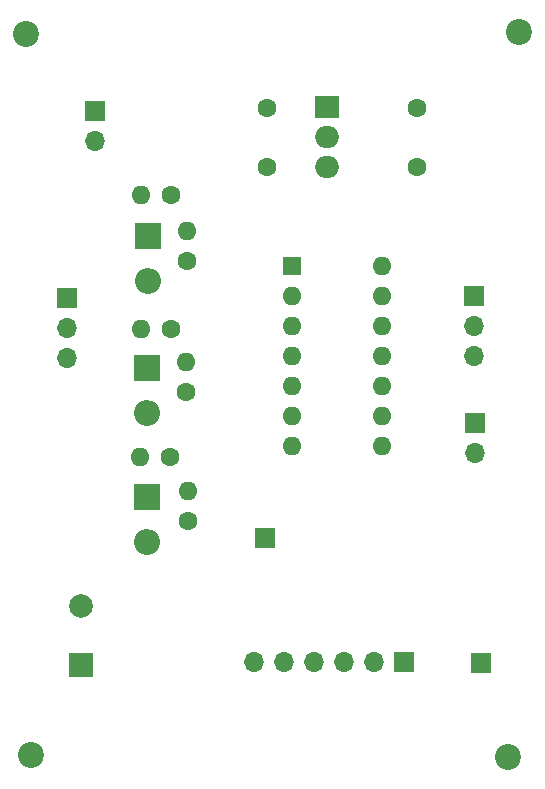
<source format=gts>
G04 #@! TF.GenerationSoftware,KiCad,Pcbnew,7.0.7*
G04 #@! TF.CreationDate,2023-09-08T10:26:21-07:00*
G04 #@! TF.ProjectId,TailLights,5461696c-4c69-4676-9874-732e6b696361,rev?*
G04 #@! TF.SameCoordinates,Original*
G04 #@! TF.FileFunction,Soldermask,Top*
G04 #@! TF.FilePolarity,Negative*
%FSLAX46Y46*%
G04 Gerber Fmt 4.6, Leading zero omitted, Abs format (unit mm)*
G04 Created by KiCad (PCBNEW 7.0.7) date 2023-09-08 10:26:21*
%MOMM*%
%LPD*%
G01*
G04 APERTURE LIST*
%ADD10C,1.600000*%
%ADD11O,1.600000X1.600000*%
%ADD12R,1.700000X1.700000*%
%ADD13O,1.700000X1.700000*%
%ADD14C,2.200000*%
%ADD15R,2.000000X2.000000*%
%ADD16C,2.000000*%
%ADD17R,1.600000X1.600000*%
%ADD18R,2.000000X1.905000*%
%ADD19O,2.000000X1.905000*%
%ADD20R,2.200000X2.200000*%
%ADD21O,2.200000X2.200000*%
G04 APERTURE END LIST*
D10*
X69545200Y-63246000D03*
D11*
X69545200Y-60706000D03*
D10*
X68173600Y-68681601D03*
D11*
X65633600Y-68681601D03*
D12*
X87960600Y-86080200D03*
D13*
X85420600Y-86080200D03*
X82880600Y-86080200D03*
X80340600Y-86080200D03*
X77800600Y-86080200D03*
X75260600Y-86080200D03*
D10*
X68275200Y-57861200D03*
D11*
X65735200Y-57861200D03*
D12*
X94538800Y-86156800D03*
D14*
X96824800Y-94132400D03*
D10*
X69646800Y-52120800D03*
D11*
X69646800Y-49580800D03*
D15*
X60655200Y-86309200D03*
D16*
X60655200Y-81309200D03*
D17*
X78486000Y-52578000D03*
D11*
X78486000Y-55118000D03*
X78486000Y-57658000D03*
X78486000Y-60198000D03*
X78486000Y-62738000D03*
X78486000Y-65278000D03*
X78486000Y-67818000D03*
X86106000Y-67818000D03*
X86106000Y-65278000D03*
X86106000Y-62738000D03*
X86106000Y-60198000D03*
X86106000Y-57658000D03*
X86106000Y-55118000D03*
X86106000Y-52578000D03*
D10*
X76352400Y-44196000D03*
X76352400Y-39196000D03*
D14*
X56438800Y-93980000D03*
D18*
X81432400Y-39116000D03*
D19*
X81432400Y-41656000D03*
X81432400Y-44196000D03*
D10*
X68275200Y-46532800D03*
D11*
X65735200Y-46532800D03*
D12*
X61797800Y-39390000D03*
D13*
X61797800Y-41930000D03*
D20*
X66243200Y-72125218D03*
D21*
X66243200Y-75935218D03*
D12*
X76200000Y-75590400D03*
D10*
X69697600Y-74168001D03*
D11*
X69697600Y-71628001D03*
D14*
X55981600Y-32918400D03*
D20*
X66243200Y-61152417D03*
D21*
X66243200Y-64962417D03*
D12*
X59486800Y-55219600D03*
D13*
X59486800Y-57759600D03*
X59486800Y-60299600D03*
D12*
X94030800Y-65836800D03*
D13*
X94030800Y-68376800D03*
D20*
X66344800Y-50027217D03*
D21*
X66344800Y-53837217D03*
D14*
X97739200Y-32715200D03*
D12*
X93929200Y-55118000D03*
D13*
X93929200Y-57658000D03*
X93929200Y-60198000D03*
D10*
X89052400Y-39196000D03*
X89052400Y-44196000D03*
M02*

</source>
